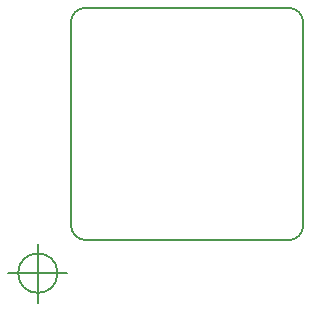
<source format=gm1>
G04 #@! TF.GenerationSoftware,KiCad,Pcbnew,(6.0.0-0)*
G04 #@! TF.CreationDate,2023-01-22T15:48:08+00:00*
G04 #@! TF.ProjectId,VR-Conditioner-MAX9926+reg,56522d43-6f6e-4646-9974-696f6e65722d,3.74*
G04 #@! TF.SameCoordinates,PX6a95280PY6f6d640*
G04 #@! TF.FileFunction,Profile,NP*
%FSLAX46Y46*%
G04 Gerber Fmt 4.6, Leading zero omitted, Abs format (unit mm)*
G04 Created by KiCad (PCBNEW (6.0.0-0)) date 2023-01-22 15:48:08*
%MOMM*%
%LPD*%
G01*
G04 APERTURE LIST*
G04 #@! TA.AperFunction,Profile*
%ADD10C,0.150000*%
G04 #@! TD*
G04 APERTURE END LIST*
D10*
X4064000Y22479000D02*
X21209000Y22479000D01*
X22479000Y21209000D02*
X22479000Y4064000D01*
X21209000Y2794000D02*
X4064000Y2794000D01*
X2794000Y4064000D02*
X2794000Y21209000D01*
X22479000Y21209000D02*
G75*
G03*
X21209000Y22479000I-1269999J1D01*
G01*
X21209000Y2794000D02*
G75*
G03*
X22479000Y4064000I1J1269999D01*
G01*
X2794000Y4064000D02*
G75*
G03*
X4064000Y2794000I1269999J-1D01*
G01*
X4064000Y22479000D02*
G75*
G03*
X2794000Y21209000I-1J-1269999D01*
G01*
X1666666Y0D02*
G75*
G03*
X1666666Y0I-1666666J0D01*
G01*
X-2500000Y0D02*
X2500000Y0D01*
X0Y2500000D02*
X0Y-2500000D01*
M02*

</source>
